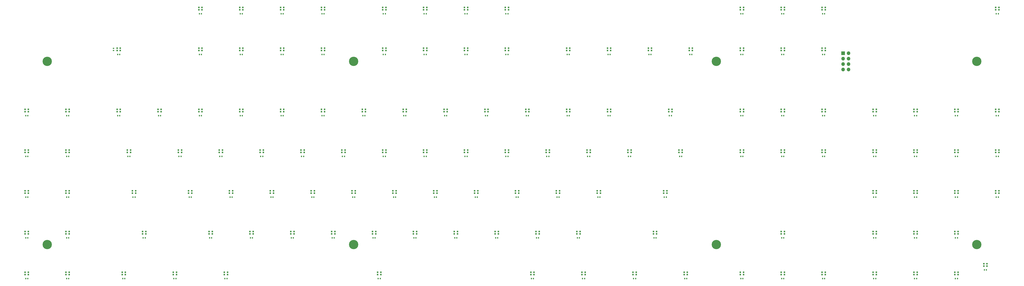
<source format=gbr>
%TF.GenerationSoftware,KiCad,Pcbnew,(6.0.0)*%
%TF.CreationDate,2022-04-04T18:27:56-04:00*%
%TF.ProjectId,SweetBusinessRGBCore,53776565-7442-4757-9369-6e6573735247,rev?*%
%TF.SameCoordinates,Original*%
%TF.FileFunction,Soldermask,Top*%
%TF.FilePolarity,Negative*%
%FSLAX46Y46*%
G04 Gerber Fmt 4.6, Leading zero omitted, Abs format (unit mm)*
G04 Created by KiCad (PCBNEW (6.0.0)) date 2022-04-04 18:27:56*
%MOMM*%
%LPD*%
G01*
G04 APERTURE LIST*
G04 Aperture macros list*
%AMRoundRect*
0 Rectangle with rounded corners*
0 $1 Rounding radius*
0 $2 $3 $4 $5 $6 $7 $8 $9 X,Y pos of 4 corners*
0 Add a 4 corners polygon primitive as box body*
4,1,4,$2,$3,$4,$5,$6,$7,$8,$9,$2,$3,0*
0 Add four circle primitives for the rounded corners*
1,1,$1+$1,$2,$3*
1,1,$1+$1,$4,$5*
1,1,$1+$1,$6,$7*
1,1,$1+$1,$8,$9*
0 Add four rect primitives between the rounded corners*
20,1,$1+$1,$2,$3,$4,$5,0*
20,1,$1+$1,$4,$5,$6,$7,0*
20,1,$1+$1,$6,$7,$8,$9,0*
20,1,$1+$1,$8,$9,$2,$3,0*%
G04 Aperture macros list end*
%ADD10RoundRect,0.147500X-0.147500X-0.172500X0.147500X-0.172500X0.147500X0.172500X-0.147500X0.172500X0*%
%ADD11R,0.700000X0.700000*%
%ADD12RoundRect,0.147500X0.147500X0.172500X-0.147500X0.172500X-0.147500X-0.172500X0.147500X-0.172500X0*%
%ADD13C,4.350000*%
%ADD14RoundRect,0.147500X-0.172500X0.147500X-0.172500X-0.147500X0.172500X-0.147500X0.172500X0.147500X0*%
%ADD15R,1.700000X1.700000*%
%ADD16O,1.700000X1.700000*%
G04 APERTURE END LIST*
D10*
%TO.C,LC14*%
X156677500Y-152400000D03*
X157647500Y-152400000D03*
%TD*%
D11*
%TO.C,LD41*%
X310312500Y-179143750D03*
X310312500Y-178043750D03*
X308812500Y-178043750D03*
X308812500Y-179143750D03*
%TD*%
%TO.C,LD42*%
X329362500Y-179143750D03*
X329362500Y-178043750D03*
X327862500Y-178043750D03*
X327862500Y-179143750D03*
%TD*%
%TO.C,LD126*%
X491287500Y-255343750D03*
X491287500Y-254243750D03*
X489787500Y-254243750D03*
X489787500Y-255343750D03*
%TD*%
%TO.C,LD81*%
X210300000Y-217243750D03*
X210300000Y-216143750D03*
X208800000Y-216143750D03*
X208800000Y-217243750D03*
%TD*%
D12*
%TO.C,LC89*%
X452922500Y-219075000D03*
X451952500Y-219075000D03*
%TD*%
D11*
%TO.C,LD70*%
X451687500Y-197093750D03*
X451687500Y-198193750D03*
X453187500Y-198193750D03*
X453187500Y-197093750D03*
%TD*%
D12*
%TO.C,LC91*%
X491022500Y-219075000D03*
X490052500Y-219075000D03*
%TD*%
D11*
%TO.C,LD96*%
X142125000Y-235193750D03*
X142125000Y-236293750D03*
X143625000Y-236293750D03*
X143625000Y-235193750D03*
%TD*%
D12*
%TO.C,LC124*%
X452922500Y-257175000D03*
X451952500Y-257175000D03*
%TD*%
%TO.C,LC37*%
X233847500Y-180975000D03*
X232877500Y-180975000D03*
%TD*%
D11*
%TO.C,LD84*%
X267450000Y-217243750D03*
X267450000Y-216143750D03*
X265950000Y-216143750D03*
X265950000Y-217243750D03*
%TD*%
D13*
%TO.C,H8*%
X500062500Y-241300000D03*
%TD*%
D11*
%TO.C,LD97*%
X161175000Y-235193750D03*
X161175000Y-236293750D03*
X162675000Y-236293750D03*
X162675000Y-235193750D03*
%TD*%
%TO.C,LD60*%
X242137500Y-197093750D03*
X242137500Y-198193750D03*
X243637500Y-198193750D03*
X243637500Y-197093750D03*
%TD*%
%TO.C,LDE1*%
X510325000Y-131518750D03*
X510325000Y-130418750D03*
X508825000Y-130418750D03*
X508825000Y-131518750D03*
%TD*%
D12*
%TO.C,LC119*%
X341003750Y-257175000D03*
X340033750Y-257175000D03*
%TD*%
D11*
%TO.C,LD34*%
X176962500Y-179143750D03*
X176962500Y-178043750D03*
X175462500Y-178043750D03*
X175462500Y-179143750D03*
%TD*%
%TO.C,LD121*%
X391275000Y-255343750D03*
X391275000Y-254243750D03*
X389775000Y-254243750D03*
X389775000Y-255343750D03*
%TD*%
%TO.C,LD103*%
X275475000Y-235193750D03*
X275475000Y-236293750D03*
X276975000Y-236293750D03*
X276975000Y-235193750D03*
%TD*%
%TO.C,LD88*%
X355556250Y-217243750D03*
X355556250Y-216143750D03*
X354056250Y-216143750D03*
X354056250Y-217243750D03*
%TD*%
%TO.C,LD85*%
X286500000Y-217243750D03*
X286500000Y-216143750D03*
X285000000Y-216143750D03*
X285000000Y-217243750D03*
%TD*%
D12*
%TO.C,LC28*%
X57635000Y-180975000D03*
X56665000Y-180975000D03*
%TD*%
D10*
%TO.C,LC102*%
X256690000Y-238125000D03*
X257660000Y-238125000D03*
%TD*%
D12*
%TO.C,LC39*%
X271947500Y-180975000D03*
X270977500Y-180975000D03*
%TD*%
D11*
%TO.C,LD3*%
X157912500Y-131518750D03*
X157912500Y-130418750D03*
X156412500Y-130418750D03*
X156412500Y-131518750D03*
%TD*%
D12*
%TO.C,LC9*%
X281472500Y-133350000D03*
X280502500Y-133350000D03*
%TD*%
D10*
%TO.C,LC60*%
X242402500Y-200025000D03*
X243372500Y-200025000D03*
%TD*%
D11*
%TO.C,LD32*%
X138862500Y-179143750D03*
X138862500Y-178043750D03*
X137362500Y-178043750D03*
X137362500Y-179143750D03*
%TD*%
%TO.C,LD23*%
X346912500Y-149468750D03*
X346912500Y-150568750D03*
X348412500Y-150568750D03*
X348412500Y-149468750D03*
%TD*%
D10*
%TO.C,LC98*%
X180490000Y-238125000D03*
X181460000Y-238125000D03*
%TD*%
D12*
%TO.C,LC36*%
X214797500Y-180975000D03*
X213827500Y-180975000D03*
%TD*%
%TO.C,LC114*%
X126691250Y-257175000D03*
X125721250Y-257175000D03*
%TD*%
%TO.C,LC2*%
X138597500Y-133350000D03*
X137627500Y-133350000D03*
%TD*%
D11*
%TO.C,LD47*%
X453187500Y-179143750D03*
X453187500Y-178043750D03*
X451687500Y-178043750D03*
X451687500Y-179143750D03*
%TD*%
%TO.C,LD95*%
X111168750Y-235193750D03*
X111168750Y-236293750D03*
X112668750Y-236293750D03*
X112668750Y-235193750D03*
%TD*%
%TO.C,LD86*%
X305550000Y-217243750D03*
X305550000Y-216143750D03*
X304050000Y-216143750D03*
X304050000Y-217243750D03*
%TD*%
D12*
%TO.C,LC118*%
X317191250Y-257175000D03*
X316221250Y-257175000D03*
%TD*%
%TO.C,LC5*%
X195747500Y-133350000D03*
X194777500Y-133350000D03*
%TD*%
D11*
%TO.C,LD75*%
X76950000Y-217243750D03*
X76950000Y-216143750D03*
X75450000Y-216143750D03*
X75450000Y-217243750D03*
%TD*%
%TO.C,LD65*%
X337387500Y-197093750D03*
X337387500Y-198193750D03*
X338887500Y-198193750D03*
X338887500Y-197093750D03*
%TD*%
D12*
%TO.C,LC82*%
X229085000Y-219075000D03*
X228115000Y-219075000D03*
%TD*%
%TO.C,LC6*%
X224322500Y-133350000D03*
X223352500Y-133350000D03*
%TD*%
D11*
%TO.C,LD6*%
X224587500Y-131518750D03*
X224587500Y-130418750D03*
X223087500Y-130418750D03*
X223087500Y-131518750D03*
%TD*%
D10*
%TO.C,LC107*%
X409090000Y-238125000D03*
X410060000Y-238125000D03*
%TD*%
D12*
%TO.C,LC81*%
X210035000Y-219075000D03*
X209065000Y-219075000D03*
%TD*%
D10*
%TO.C,LC52*%
X75715000Y-200025000D03*
X76685000Y-200025000D03*
%TD*%
D11*
%TO.C,LD55*%
X146887500Y-197093750D03*
X146887500Y-198193750D03*
X148387500Y-198193750D03*
X148387500Y-197093750D03*
%TD*%
%TO.C,LD50*%
X510337500Y-179143750D03*
X510337500Y-178043750D03*
X508837500Y-178043750D03*
X508837500Y-179143750D03*
%TD*%
%TO.C,LD17*%
X223087500Y-149468750D03*
X223087500Y-150568750D03*
X224587500Y-150568750D03*
X224587500Y-149468750D03*
%TD*%
%TO.C,LD28*%
X57900000Y-179143750D03*
X57900000Y-178043750D03*
X56400000Y-178043750D03*
X56400000Y-179143750D03*
%TD*%
D10*
%TO.C,LC73*%
X509102500Y-200025000D03*
X510072500Y-200025000D03*
%TD*%
D13*
%TO.C,H2*%
X209550000Y-155575000D03*
%TD*%
D11*
%TO.C,LD68*%
X408825000Y-197093750D03*
X408825000Y-198193750D03*
X410325000Y-198193750D03*
X410325000Y-197093750D03*
%TD*%
D10*
%TO.C,LC51*%
X56665000Y-200025000D03*
X57635000Y-200025000D03*
%TD*%
D12*
%TO.C,LC38*%
X252897500Y-180975000D03*
X251927500Y-180975000D03*
%TD*%
D11*
%TO.C,LD116*%
X222206250Y-255343750D03*
X222206250Y-254243750D03*
X220706250Y-254243750D03*
X220706250Y-255343750D03*
%TD*%
%TO.C,LD61*%
X261187500Y-197093750D03*
X261187500Y-198193750D03*
X262687500Y-198193750D03*
X262687500Y-197093750D03*
%TD*%
%TO.C,LD2*%
X138862500Y-131518750D03*
X138862500Y-130418750D03*
X137362500Y-130418750D03*
X137362500Y-131518750D03*
%TD*%
%TO.C,LD11*%
X410325000Y-131518750D03*
X410325000Y-130418750D03*
X408825000Y-130418750D03*
X408825000Y-131518750D03*
%TD*%
%TO.C,LD46*%
X429375000Y-179143750D03*
X429375000Y-178043750D03*
X427875000Y-178043750D03*
X427875000Y-179143750D03*
%TD*%
D10*
%TO.C,LC18*%
X242402500Y-152400000D03*
X243372500Y-152400000D03*
%TD*%
D11*
%TO.C,LD38*%
X253162500Y-179143750D03*
X253162500Y-178043750D03*
X251662500Y-178043750D03*
X251662500Y-179143750D03*
%TD*%
%TO.C,LD4*%
X176962500Y-131518750D03*
X176962500Y-130418750D03*
X175462500Y-130418750D03*
X175462500Y-131518750D03*
%TD*%
D10*
%TO.C,LC56*%
X166202500Y-200025000D03*
X167172500Y-200025000D03*
%TD*%
D11*
%TO.C,LD118*%
X317456250Y-255343750D03*
X317456250Y-254243750D03*
X315956250Y-254243750D03*
X315956250Y-255343750D03*
%TD*%
%TO.C,LD78*%
X153150000Y-217243750D03*
X153150000Y-216143750D03*
X151650000Y-216143750D03*
X151650000Y-217243750D03*
%TD*%
%TO.C,LD1*%
X100762500Y-150568750D03*
X100762500Y-149468750D03*
X99262500Y-149468750D03*
X99262500Y-150568750D03*
%TD*%
D10*
%TO.C,LC59*%
X223352500Y-200025000D03*
X224322500Y-200025000D03*
%TD*%
D12*
%TO.C,LC92*%
X510072500Y-219075000D03*
X509102500Y-219075000D03*
%TD*%
%TO.C,LC8*%
X262422500Y-133350000D03*
X261452500Y-133350000D03*
%TD*%
D10*
%TO.C,LC64*%
X318602500Y-200025000D03*
X319572500Y-200025000D03*
%TD*%
D11*
%TO.C,LD93*%
X56400000Y-235193750D03*
X56400000Y-236293750D03*
X57900000Y-236293750D03*
X57900000Y-235193750D03*
%TD*%
%TO.C,LD25*%
X389775000Y-149468750D03*
X389775000Y-150568750D03*
X391275000Y-150568750D03*
X391275000Y-149468750D03*
%TD*%
%TO.C,LD117*%
X293643750Y-255343750D03*
X293643750Y-254243750D03*
X292143750Y-254243750D03*
X292143750Y-255343750D03*
%TD*%
D12*
%TO.C,LC122*%
X410060000Y-257175000D03*
X409090000Y-257175000D03*
%TD*%
D10*
%TO.C,LC15*%
X175727500Y-152400000D03*
X176697500Y-152400000D03*
%TD*%
D12*
%TO.C,LC50*%
X510072500Y-180975000D03*
X509102500Y-180975000D03*
%TD*%
D10*
%TO.C,LC20*%
X280502500Y-152400000D03*
X281472500Y-152400000D03*
%TD*%
D11*
%TO.C,LD87*%
X324600000Y-217243750D03*
X324600000Y-216143750D03*
X323100000Y-216143750D03*
X323100000Y-217243750D03*
%TD*%
%TO.C,LD98*%
X180225000Y-235193750D03*
X180225000Y-236293750D03*
X181725000Y-236293750D03*
X181725000Y-235193750D03*
%TD*%
%TO.C,LD100*%
X218325000Y-235193750D03*
X218325000Y-236293750D03*
X219825000Y-236293750D03*
X219825000Y-235193750D03*
%TD*%
%TO.C,LD52*%
X75450000Y-197093750D03*
X75450000Y-198193750D03*
X76950000Y-198193750D03*
X76950000Y-197093750D03*
%TD*%
%TO.C,LD18*%
X242137500Y-149468750D03*
X242137500Y-150568750D03*
X243637500Y-150568750D03*
X243637500Y-149468750D03*
%TD*%
%TO.C,LD12*%
X429375000Y-131518750D03*
X429375000Y-130418750D03*
X427875000Y-130418750D03*
X427875000Y-131518750D03*
%TD*%
D10*
%TO.C,LC94*%
X75715000Y-238125000D03*
X76685000Y-238125000D03*
%TD*%
D12*
%TO.C,LC46*%
X429110000Y-180975000D03*
X428140000Y-180975000D03*
%TD*%
%TO.C,LC31*%
X119547500Y-180975000D03*
X118577500Y-180975000D03*
%TD*%
D11*
%TO.C,LD110*%
X489787500Y-235193750D03*
X489787500Y-236293750D03*
X491287500Y-236293750D03*
X491287500Y-235193750D03*
%TD*%
D10*
%TO.C,LC13*%
X137627500Y-152400000D03*
X138597500Y-152400000D03*
%TD*%
%TO.C,LC108*%
X451952500Y-238125000D03*
X452922500Y-238125000D03*
%TD*%
D12*
%TO.C,LC12*%
X429110000Y-133350000D03*
X428140000Y-133350000D03*
%TD*%
D10*
%TO.C,LC105*%
X313840000Y-238125000D03*
X314810000Y-238125000D03*
%TD*%
D11*
%TO.C,LD44*%
X391275000Y-179143750D03*
X391275000Y-178043750D03*
X389775000Y-178043750D03*
X389775000Y-179143750D03*
%TD*%
D10*
%TO.C,LC58*%
X204302500Y-200025000D03*
X205272500Y-200025000D03*
%TD*%
%TO.C,LC17*%
X223352500Y-152400000D03*
X224322500Y-152400000D03*
%TD*%
D11*
%TO.C,LD122*%
X410325000Y-255343750D03*
X410325000Y-254243750D03*
X408825000Y-254243750D03*
X408825000Y-255343750D03*
%TD*%
%TO.C,LD8*%
X262687500Y-131518750D03*
X262687500Y-130418750D03*
X261187500Y-130418750D03*
X261187500Y-131518750D03*
%TD*%
%TO.C,LD71*%
X470737500Y-197093750D03*
X470737500Y-198193750D03*
X472237500Y-198193750D03*
X472237500Y-197093750D03*
%TD*%
D10*
%TO.C,LC99*%
X199540000Y-238125000D03*
X200510000Y-238125000D03*
%TD*%
D12*
%TO.C,LCE1*%
X510072500Y-133350000D03*
X509102500Y-133350000D03*
%TD*%
D10*
%TO.C,LC103*%
X275740000Y-238125000D03*
X276710000Y-238125000D03*
%TD*%
D11*
%TO.C,LD112*%
X76950000Y-255343750D03*
X76950000Y-254243750D03*
X75450000Y-254243750D03*
X75450000Y-255343750D03*
%TD*%
D10*
%TO.C,LC22*%
X328127500Y-152400000D03*
X329097500Y-152400000D03*
%TD*%
D11*
%TO.C,LD31*%
X119812500Y-179143750D03*
X119812500Y-178043750D03*
X118312500Y-178043750D03*
X118312500Y-179143750D03*
%TD*%
D10*
%TO.C,LC69*%
X428140000Y-200025000D03*
X429110000Y-200025000D03*
%TD*%
%TO.C,LC101*%
X237640000Y-238125000D03*
X238610000Y-238125000D03*
%TD*%
D11*
%TO.C,LD21*%
X308812500Y-149468750D03*
X308812500Y-150568750D03*
X310312500Y-150568750D03*
X310312500Y-149468750D03*
%TD*%
D12*
%TO.C,LC3*%
X157647500Y-133350000D03*
X156677500Y-133350000D03*
%TD*%
D10*
%TO.C,LC55*%
X147152500Y-200025000D03*
X148122500Y-200025000D03*
%TD*%
D12*
%TO.C,LC125*%
X471972500Y-257175000D03*
X471002500Y-257175000D03*
%TD*%
D13*
%TO.C,H7*%
X378618750Y-241300000D03*
%TD*%
D10*
%TO.C,LC24*%
X366227500Y-152400000D03*
X367197500Y-152400000D03*
%TD*%
D11*
%TO.C,LD51*%
X56400000Y-197093750D03*
X56400000Y-198193750D03*
X57900000Y-198193750D03*
X57900000Y-197093750D03*
%TD*%
D12*
%TO.C,LC123*%
X429110000Y-257175000D03*
X428140000Y-257175000D03*
%TD*%
%TO.C,LC32*%
X138597500Y-180975000D03*
X137627500Y-180975000D03*
%TD*%
%TO.C,LC79*%
X171935000Y-219075000D03*
X170965000Y-219075000D03*
%TD*%
D11*
%TO.C,LD69*%
X427875000Y-197093750D03*
X427875000Y-198193750D03*
X429375000Y-198193750D03*
X429375000Y-197093750D03*
%TD*%
%TO.C,LD120*%
X365081250Y-255343750D03*
X365081250Y-254243750D03*
X363581250Y-254243750D03*
X363581250Y-255343750D03*
%TD*%
D10*
%TO.C,LC19*%
X261452500Y-152400000D03*
X262422500Y-152400000D03*
%TD*%
D13*
%TO.C,H5*%
X66675000Y-241300000D03*
%TD*%
D11*
%TO.C,LD89*%
X453187500Y-217243750D03*
X453187500Y-216143750D03*
X451687500Y-216143750D03*
X451687500Y-217243750D03*
%TD*%
%TO.C,LD19*%
X261187500Y-149468750D03*
X261187500Y-150568750D03*
X262687500Y-150568750D03*
X262687500Y-149468750D03*
%TD*%
D10*
%TO.C,LC104*%
X294790000Y-238125000D03*
X295760000Y-238125000D03*
%TD*%
D12*
%TO.C,LC111*%
X57635000Y-257175000D03*
X56665000Y-257175000D03*
%TD*%
D11*
%TO.C,LD35*%
X196012500Y-179143750D03*
X196012500Y-178043750D03*
X194512500Y-178043750D03*
X194512500Y-179143750D03*
%TD*%
D12*
%TO.C,LC127*%
X504516250Y-253111000D03*
X503546250Y-253111000D03*
%TD*%
D11*
%TO.C,LD10*%
X391275000Y-131518750D03*
X391275000Y-130418750D03*
X389775000Y-130418750D03*
X389775000Y-131518750D03*
%TD*%
D10*
%TO.C,LC61*%
X261452500Y-200025000D03*
X262422500Y-200025000D03*
%TD*%
D12*
%TO.C,LC113*%
X102878750Y-257175000D03*
X101908750Y-257175000D03*
%TD*%
%TO.C,LC86*%
X305285000Y-219075000D03*
X304315000Y-219075000D03*
%TD*%
D10*
%TO.C,LC21*%
X309077500Y-152400000D03*
X310047500Y-152400000D03*
%TD*%
%TO.C,LC110*%
X490052500Y-238125000D03*
X491022500Y-238125000D03*
%TD*%
D11*
%TO.C,LD9*%
X281737500Y-131518750D03*
X281737500Y-130418750D03*
X280237500Y-130418750D03*
X280237500Y-131518750D03*
%TD*%
D12*
%TO.C,LC126*%
X491022500Y-257175000D03*
X490052500Y-257175000D03*
%TD*%
%TO.C,LC33*%
X157647500Y-180975000D03*
X156677500Y-180975000D03*
%TD*%
D11*
%TO.C,LD101*%
X237375000Y-235193750D03*
X237375000Y-236293750D03*
X238875000Y-236293750D03*
X238875000Y-235193750D03*
%TD*%
D12*
%TO.C,LC117*%
X293378750Y-257175000D03*
X292408750Y-257175000D03*
%TD*%
%TO.C,LC115*%
X150503750Y-257175000D03*
X149533750Y-257175000D03*
%TD*%
D14*
%TO.C,R1*%
X97631250Y-149533750D03*
X97631250Y-150503750D03*
%TD*%
D10*
%TO.C,LC25*%
X390040000Y-152400000D03*
X391010000Y-152400000D03*
%TD*%
D15*
%TO.C,J1*%
X437668750Y-151775000D03*
D16*
X440208750Y-151775000D03*
X437668750Y-154315000D03*
X440208750Y-154315000D03*
X437668750Y-156855000D03*
X440208750Y-156855000D03*
X437668750Y-159395000D03*
X440208750Y-159395000D03*
%TD*%
D11*
%TO.C,LD113*%
X103143750Y-255343750D03*
X103143750Y-254243750D03*
X101643750Y-254243750D03*
X101643750Y-255343750D03*
%TD*%
%TO.C,LD20*%
X280237500Y-149468750D03*
X280237500Y-150568750D03*
X281737500Y-150568750D03*
X281737500Y-149468750D03*
%TD*%
D12*
%TO.C,LC35*%
X195747500Y-180975000D03*
X194777500Y-180975000D03*
%TD*%
D11*
%TO.C,LD48*%
X472237500Y-179143750D03*
X472237500Y-178043750D03*
X470737500Y-178043750D03*
X470737500Y-179143750D03*
%TD*%
D12*
%TO.C,LC75*%
X76685000Y-219075000D03*
X75715000Y-219075000D03*
%TD*%
D11*
%TO.C,LD74*%
X57900000Y-217243750D03*
X57900000Y-216143750D03*
X56400000Y-216143750D03*
X56400000Y-217243750D03*
%TD*%
D13*
%TO.C,H1*%
X66675000Y-155575000D03*
%TD*%
D11*
%TO.C,LD54*%
X127837500Y-197093750D03*
X127837500Y-198193750D03*
X129337500Y-198193750D03*
X129337500Y-197093750D03*
%TD*%
%TO.C,LD105*%
X313575000Y-235193750D03*
X313575000Y-236293750D03*
X315075000Y-236293750D03*
X315075000Y-235193750D03*
%TD*%
%TO.C,LD77*%
X134100000Y-217243750D03*
X134100000Y-216143750D03*
X132600000Y-216143750D03*
X132600000Y-217243750D03*
%TD*%
D10*
%TO.C,LC16*%
X194777500Y-152400000D03*
X195747500Y-152400000D03*
%TD*%
D11*
%TO.C,LD99*%
X199275000Y-235193750D03*
X199275000Y-236293750D03*
X200775000Y-236293750D03*
X200775000Y-235193750D03*
%TD*%
D12*
%TO.C,LC116*%
X221941250Y-257175000D03*
X220971250Y-257175000D03*
%TD*%
D11*
%TO.C,LD76*%
X107906250Y-217243750D03*
X107906250Y-216143750D03*
X106406250Y-216143750D03*
X106406250Y-217243750D03*
%TD*%
%TO.C,LD30*%
X100762500Y-179143750D03*
X100762500Y-178043750D03*
X99262500Y-178043750D03*
X99262500Y-179143750D03*
%TD*%
D10*
%TO.C,LC100*%
X218590000Y-238125000D03*
X219560000Y-238125000D03*
%TD*%
D12*
%TO.C,LC44*%
X391010000Y-180975000D03*
X390040000Y-180975000D03*
%TD*%
%TO.C,LC112*%
X76685000Y-257175000D03*
X75715000Y-257175000D03*
%TD*%
%TO.C,LC1*%
X100497500Y-152400000D03*
X99527500Y-152400000D03*
%TD*%
D11*
%TO.C,LD29*%
X76950000Y-179143750D03*
X76950000Y-178043750D03*
X75450000Y-178043750D03*
X75450000Y-179143750D03*
%TD*%
%TO.C,LD49*%
X491287500Y-179143750D03*
X491287500Y-178043750D03*
X489787500Y-178043750D03*
X489787500Y-179143750D03*
%TD*%
%TO.C,LD67*%
X389775000Y-197093750D03*
X389775000Y-198193750D03*
X391275000Y-198193750D03*
X391275000Y-197093750D03*
%TD*%
D10*
%TO.C,LC109*%
X471002500Y-238125000D03*
X471972500Y-238125000D03*
%TD*%
%TO.C,LC65*%
X337652500Y-200025000D03*
X338622500Y-200025000D03*
%TD*%
D11*
%TO.C,LD45*%
X410325000Y-179143750D03*
X410325000Y-178043750D03*
X408825000Y-178043750D03*
X408825000Y-179143750D03*
%TD*%
%TO.C,LD62*%
X280237500Y-197093750D03*
X280237500Y-198193750D03*
X281737500Y-198193750D03*
X281737500Y-197093750D03*
%TD*%
%TO.C,LD40*%
X291262500Y-179143750D03*
X291262500Y-178043750D03*
X289762500Y-178043750D03*
X289762500Y-179143750D03*
%TD*%
D12*
%TO.C,LC74*%
X57635000Y-219075000D03*
X56665000Y-219075000D03*
%TD*%
D11*
%TO.C,LD109*%
X470737500Y-235193750D03*
X470737500Y-236293750D03*
X472237500Y-236293750D03*
X472237500Y-235193750D03*
%TD*%
%TO.C,LD24*%
X365962500Y-149468750D03*
X365962500Y-150568750D03*
X367462500Y-150568750D03*
X367462500Y-149468750D03*
%TD*%
D12*
%TO.C,LC41*%
X310047500Y-180975000D03*
X309077500Y-180975000D03*
%TD*%
D10*
%TO.C,LC26*%
X409090000Y-152400000D03*
X410060000Y-152400000D03*
%TD*%
D13*
%TO.C,H3*%
X378618750Y-155575000D03*
%TD*%
D12*
%TO.C,LC40*%
X290997500Y-180975000D03*
X290027500Y-180975000D03*
%TD*%
D11*
%TO.C,LD115*%
X150768750Y-255343750D03*
X150768750Y-254243750D03*
X149268750Y-254243750D03*
X149268750Y-255343750D03*
%TD*%
%TO.C,LD27*%
X427875000Y-149468750D03*
X427875000Y-150568750D03*
X429375000Y-150568750D03*
X429375000Y-149468750D03*
%TD*%
%TO.C,LD83*%
X248400000Y-217243750D03*
X248400000Y-216143750D03*
X246900000Y-216143750D03*
X246900000Y-217243750D03*
%TD*%
%TO.C,LD108*%
X451687500Y-235193750D03*
X451687500Y-236293750D03*
X453187500Y-236293750D03*
X453187500Y-235193750D03*
%TD*%
D12*
%TO.C,LC77*%
X133835000Y-219075000D03*
X132865000Y-219075000D03*
%TD*%
%TO.C,LC83*%
X248135000Y-219075000D03*
X247165000Y-219075000D03*
%TD*%
D11*
%TO.C,LD57*%
X184987500Y-197093750D03*
X184987500Y-198193750D03*
X186487500Y-198193750D03*
X186487500Y-197093750D03*
%TD*%
%TO.C,LD90*%
X472237500Y-217243750D03*
X472237500Y-216143750D03*
X470737500Y-216143750D03*
X470737500Y-217243750D03*
%TD*%
%TO.C,LD124*%
X453187500Y-255343750D03*
X453187500Y-254243750D03*
X451687500Y-254243750D03*
X451687500Y-255343750D03*
%TD*%
%TO.C,LD82*%
X229350000Y-217243750D03*
X229350000Y-216143750D03*
X227850000Y-216143750D03*
X227850000Y-217243750D03*
%TD*%
D13*
%TO.C,H4*%
X500062500Y-155575000D03*
%TD*%
D12*
%TO.C,LC4*%
X176697500Y-133350000D03*
X175727500Y-133350000D03*
%TD*%
%TO.C,LC42*%
X329097500Y-180975000D03*
X328127500Y-180975000D03*
%TD*%
D11*
%TO.C,LD56*%
X165937500Y-197093750D03*
X165937500Y-198193750D03*
X167437500Y-198193750D03*
X167437500Y-197093750D03*
%TD*%
%TO.C,LD127*%
X504781250Y-251375000D03*
X504781250Y-250275000D03*
X503281250Y-250275000D03*
X503281250Y-251375000D03*
%TD*%
D12*
%TO.C,LC121*%
X391010000Y-257175000D03*
X390040000Y-257175000D03*
%TD*%
D11*
%TO.C,LD16*%
X194512500Y-149468750D03*
X194512500Y-150568750D03*
X196012500Y-150568750D03*
X196012500Y-149468750D03*
%TD*%
%TO.C,LD43*%
X357937500Y-179143750D03*
X357937500Y-178043750D03*
X356437500Y-178043750D03*
X356437500Y-179143750D03*
%TD*%
D12*
%TO.C,LC45*%
X410060000Y-180975000D03*
X409090000Y-180975000D03*
%TD*%
%TO.C,LC49*%
X491022500Y-180975000D03*
X490052500Y-180975000D03*
%TD*%
D10*
%TO.C,LC96*%
X142390000Y-238125000D03*
X143360000Y-238125000D03*
%TD*%
D11*
%TO.C,LD63*%
X299287500Y-197093750D03*
X299287500Y-198193750D03*
X300787500Y-198193750D03*
X300787500Y-197093750D03*
%TD*%
D12*
%TO.C,LC88*%
X355291250Y-219075000D03*
X354321250Y-219075000D03*
%TD*%
D11*
%TO.C,LD125*%
X472237500Y-255343750D03*
X472237500Y-254243750D03*
X470737500Y-254243750D03*
X470737500Y-255343750D03*
%TD*%
D12*
%TO.C,LC47*%
X452922500Y-180975000D03*
X451952500Y-180975000D03*
%TD*%
D10*
%TO.C,LC57*%
X185252500Y-200025000D03*
X186222500Y-200025000D03*
%TD*%
D11*
%TO.C,LD107*%
X408825000Y-235193750D03*
X408825000Y-236293750D03*
X410325000Y-236293750D03*
X410325000Y-235193750D03*
%TD*%
D10*
%TO.C,LC68*%
X409090000Y-200025000D03*
X410060000Y-200025000D03*
%TD*%
D12*
%TO.C,LC29*%
X76685000Y-180975000D03*
X75715000Y-180975000D03*
%TD*%
%TO.C,LC43*%
X357672500Y-180975000D03*
X356702500Y-180975000D03*
%TD*%
D10*
%TO.C,LC54*%
X128102500Y-200025000D03*
X129072500Y-200025000D03*
%TD*%
D11*
%TO.C,LD72*%
X489787500Y-197093750D03*
X489787500Y-198193750D03*
X491287500Y-198193750D03*
X491287500Y-197093750D03*
%TD*%
%TO.C,LD39*%
X272212500Y-179143750D03*
X272212500Y-178043750D03*
X270712500Y-178043750D03*
X270712500Y-179143750D03*
%TD*%
D12*
%TO.C,LC85*%
X286235000Y-219075000D03*
X285265000Y-219075000D03*
%TD*%
D11*
%TO.C,LD26*%
X408825000Y-149468750D03*
X408825000Y-150568750D03*
X410325000Y-150568750D03*
X410325000Y-149468750D03*
%TD*%
D10*
%TO.C,LC72*%
X490052500Y-200025000D03*
X491022500Y-200025000D03*
%TD*%
%TO.C,LC62*%
X280502500Y-200025000D03*
X281472500Y-200025000D03*
%TD*%
D12*
%TO.C,LC84*%
X267185000Y-219075000D03*
X266215000Y-219075000D03*
%TD*%
D11*
%TO.C,LD102*%
X256425000Y-235193750D03*
X256425000Y-236293750D03*
X257925000Y-236293750D03*
X257925000Y-235193750D03*
%TD*%
%TO.C,LD80*%
X191250000Y-217243750D03*
X191250000Y-216143750D03*
X189750000Y-216143750D03*
X189750000Y-217243750D03*
%TD*%
D12*
%TO.C,LC87*%
X324335000Y-219075000D03*
X323365000Y-219075000D03*
%TD*%
D11*
%TO.C,LD119*%
X341268750Y-255343750D03*
X341268750Y-254243750D03*
X339768750Y-254243750D03*
X339768750Y-255343750D03*
%TD*%
D10*
%TO.C,LC23*%
X347177500Y-152400000D03*
X348147500Y-152400000D03*
%TD*%
D11*
%TO.C,LD111*%
X57900000Y-255343750D03*
X57900000Y-254243750D03*
X56400000Y-254243750D03*
X56400000Y-255343750D03*
%TD*%
%TO.C,LD66*%
X361200000Y-197093750D03*
X361200000Y-198193750D03*
X362700000Y-198193750D03*
X362700000Y-197093750D03*
%TD*%
D10*
%TO.C,LC53*%
X104290000Y-200025000D03*
X105260000Y-200025000D03*
%TD*%
D11*
%TO.C,LD79*%
X172200000Y-217243750D03*
X172200000Y-216143750D03*
X170700000Y-216143750D03*
X170700000Y-217243750D03*
%TD*%
%TO.C,LD114*%
X126956250Y-255343750D03*
X126956250Y-254243750D03*
X125456250Y-254243750D03*
X125456250Y-255343750D03*
%TD*%
D10*
%TO.C,LC27*%
X428140000Y-152400000D03*
X429110000Y-152400000D03*
%TD*%
%TO.C,LC97*%
X161440000Y-238125000D03*
X162410000Y-238125000D03*
%TD*%
D11*
%TO.C,LD14*%
X156412500Y-149468750D03*
X156412500Y-150568750D03*
X157912500Y-150568750D03*
X157912500Y-149468750D03*
%TD*%
D12*
%TO.C,LC78*%
X152885000Y-219075000D03*
X151915000Y-219075000D03*
%TD*%
D11*
%TO.C,LD37*%
X234112500Y-179143750D03*
X234112500Y-178043750D03*
X232612500Y-178043750D03*
X232612500Y-179143750D03*
%TD*%
D10*
%TO.C,LC93*%
X56665000Y-238125000D03*
X57635000Y-238125000D03*
%TD*%
D11*
%TO.C,LD73*%
X508837500Y-197093750D03*
X508837500Y-198193750D03*
X510337500Y-198193750D03*
X510337500Y-197093750D03*
%TD*%
%TO.C,LD33*%
X157912500Y-179143750D03*
X157912500Y-178043750D03*
X156412500Y-178043750D03*
X156412500Y-179143750D03*
%TD*%
%TO.C,LD123*%
X429375000Y-255343750D03*
X429375000Y-254243750D03*
X427875000Y-254243750D03*
X427875000Y-255343750D03*
%TD*%
%TO.C,LD94*%
X75450000Y-235193750D03*
X75450000Y-236293750D03*
X76950000Y-236293750D03*
X76950000Y-235193750D03*
%TD*%
D12*
%TO.C,LC120*%
X364816250Y-257175000D03*
X363846250Y-257175000D03*
%TD*%
%TO.C,LC7*%
X243372500Y-133350000D03*
X242402500Y-133350000D03*
%TD*%
D10*
%TO.C,LC95*%
X111433750Y-238125000D03*
X112403750Y-238125000D03*
%TD*%
%TO.C,LC66*%
X361465000Y-200025000D03*
X362435000Y-200025000D03*
%TD*%
D11*
%TO.C,LD64*%
X318337500Y-197093750D03*
X318337500Y-198193750D03*
X319837500Y-198193750D03*
X319837500Y-197093750D03*
%TD*%
%TO.C,LD106*%
X349293750Y-235193750D03*
X349293750Y-236293750D03*
X350793750Y-236293750D03*
X350793750Y-235193750D03*
%TD*%
D10*
%TO.C,LC71*%
X471002500Y-200025000D03*
X471972500Y-200025000D03*
%TD*%
D11*
%TO.C,LD58*%
X204037500Y-197093750D03*
X204037500Y-198193750D03*
X205537500Y-198193750D03*
X205537500Y-197093750D03*
%TD*%
%TO.C,LD53*%
X104025000Y-197093750D03*
X104025000Y-198193750D03*
X105525000Y-198193750D03*
X105525000Y-197093750D03*
%TD*%
D10*
%TO.C,LC70*%
X451952500Y-200025000D03*
X452922500Y-200025000D03*
%TD*%
D12*
%TO.C,LC10*%
X391010000Y-133350000D03*
X390040000Y-133350000D03*
%TD*%
D10*
%TO.C,LC67*%
X390040000Y-200025000D03*
X391010000Y-200025000D03*
%TD*%
D12*
%TO.C,LC48*%
X471972500Y-180975000D03*
X471002500Y-180975000D03*
%TD*%
D11*
%TO.C,LD7*%
X243637500Y-131518750D03*
X243637500Y-130418750D03*
X242137500Y-130418750D03*
X242137500Y-131518750D03*
%TD*%
%TO.C,LD92*%
X510337500Y-217243750D03*
X510337500Y-216143750D03*
X508837500Y-216143750D03*
X508837500Y-217243750D03*
%TD*%
%TO.C,LD91*%
X491287500Y-217243750D03*
X491287500Y-216143750D03*
X489787500Y-216143750D03*
X489787500Y-217243750D03*
%TD*%
D12*
%TO.C,LC30*%
X100497500Y-180975000D03*
X99527500Y-180975000D03*
%TD*%
D13*
%TO.C,H6*%
X209550000Y-241300000D03*
%TD*%
D12*
%TO.C,LC11*%
X410060000Y-133350000D03*
X409090000Y-133350000D03*
%TD*%
D10*
%TO.C,LC63*%
X299552500Y-200025000D03*
X300522500Y-200025000D03*
%TD*%
D12*
%TO.C,LC76*%
X107641250Y-219075000D03*
X106671250Y-219075000D03*
%TD*%
%TO.C,LC34*%
X176697500Y-180975000D03*
X175727500Y-180975000D03*
%TD*%
D11*
%TO.C,LD13*%
X137362500Y-149468750D03*
X137362500Y-150568750D03*
X138862500Y-150568750D03*
X138862500Y-149468750D03*
%TD*%
%TO.C,LD59*%
X223087500Y-197093750D03*
X223087500Y-198193750D03*
X224587500Y-198193750D03*
X224587500Y-197093750D03*
%TD*%
%TO.C,LD104*%
X294525000Y-235193750D03*
X294525000Y-236293750D03*
X296025000Y-236293750D03*
X296025000Y-235193750D03*
%TD*%
D10*
%TO.C,LC106*%
X349558750Y-238125000D03*
X350528750Y-238125000D03*
%TD*%
D12*
%TO.C,LC80*%
X190985000Y-219075000D03*
X190015000Y-219075000D03*
%TD*%
D11*
%TO.C,LD15*%
X175462500Y-149468750D03*
X175462500Y-150568750D03*
X176962500Y-150568750D03*
X176962500Y-149468750D03*
%TD*%
%TO.C,LD22*%
X327862500Y-149468750D03*
X327862500Y-150568750D03*
X329362500Y-150568750D03*
X329362500Y-149468750D03*
%TD*%
%TO.C,LD5*%
X196012500Y-131518750D03*
X196012500Y-130418750D03*
X194512500Y-130418750D03*
X194512500Y-131518750D03*
%TD*%
D12*
%TO.C,LC90*%
X471972500Y-219075000D03*
X471002500Y-219075000D03*
%TD*%
D11*
%TO.C,LD36*%
X215062500Y-179143750D03*
X215062500Y-178043750D03*
X213562500Y-178043750D03*
X213562500Y-179143750D03*
%TD*%
M02*

</source>
